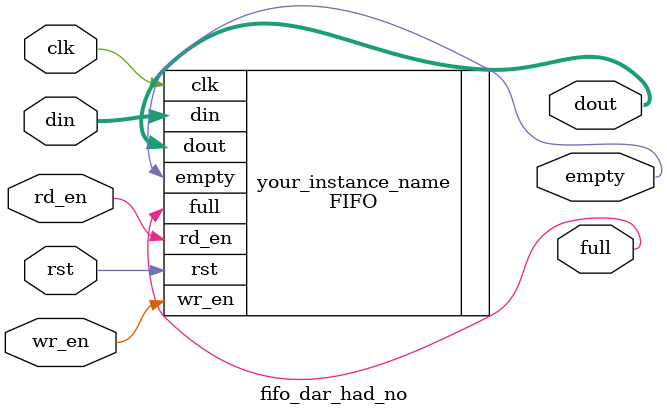
<source format=v>
`timescale 1ns / 1ps
module fifo_dar_had_no(
  clk,
  rst,
  din,
  wr_en,
  rd_en,
  dout,
  full,
  empty
);

input clk;
input rst;
input [9 : 0] din;
input wr_en;
input rd_en;
output [9 : 0] dout;
output full;
output empty;

FIFO your_instance_name (
  .clk(clk), // input clk
  .rst(rst), // input rst
  .din(din), // input [9 : 0] din
  .wr_en(wr_en), // input wr_en
  .rd_en(rd_en), // input rd_en
  .dout(dout), // output [9 : 0] dout
  .full(full), // output full
  .empty(empty) // output empty
);

endmodule

</source>
